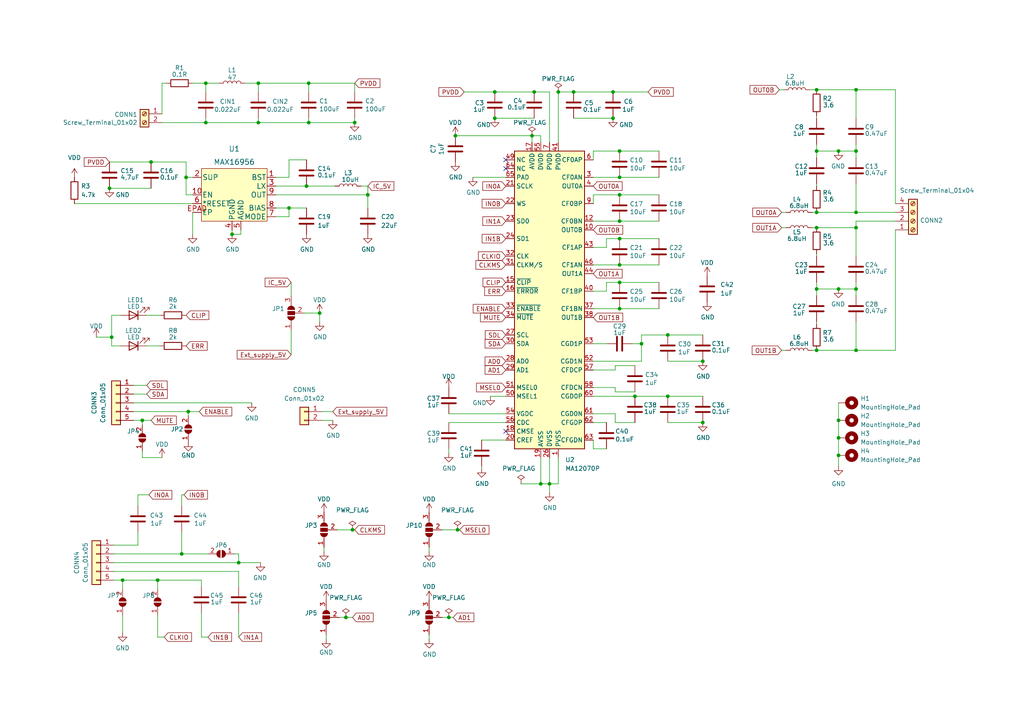
<source format=kicad_sch>
(kicad_sch (version 20211123) (generator eeschema)
  (paper "A4")
  (junction (at 100.33 179.07))
  (junction (at 236.855 83.82))
  (junction (at 203.835 122.555))
  (junction (at 236.855 101.6))
  (junction (at 143.51 34.29))
  (junction (at 69.215 163.195))
  (junction (at 236.855 61.595))
  (junction (at 83.82 60.325))
  (junction (at 243.205 121.92))
  (junction (at 92.71 90.805))
  (junction (at 59.69 24.13))
  (junction (at 143.51 26.67))
  (junction (at 156.845 140.335))
  (junction (at 243.205 132.08))
  (junction (at 53.975 51.435))
  (junction (at 236.855 26.035))
  (junction (at 88.9 53.975))
  (junction (at 166.37 26.67))
  (junction (at 32.385 97.79))
  (junction (at 243.205 43.815))
  (junction (at 41.275 121.92))
  (junction (at 45.72 168.275))
  (junction (at 248.285 83.82))
  (junction (at 193.675 114.935))
  (junction (at 179.705 64.135))
  (junction (at 179.705 51.435))
  (junction (at 161.925 26.67))
  (junction (at 154.305 39.37))
  (junction (at 74.93 35.56))
  (junction (at 248.285 43.815))
  (junction (at 67.31 67.945))
  (junction (at 106.68 56.515))
  (junction (at 54.61 119.38))
  (junction (at 179.705 56.515))
  (junction (at 177.8 34.29))
  (junction (at 236.855 66.04))
  (junction (at 248.285 101.6))
  (junction (at 132.08 39.37))
  (junction (at 35.56 168.275))
  (junction (at 186.055 99.695))
  (junction (at 89.535 24.13))
  (junction (at 159.385 140.335))
  (junction (at 193.675 97.155))
  (junction (at 248.285 26.035))
  (junction (at 248.285 66.04))
  (junction (at 177.8 26.67))
  (junction (at 243.205 127))
  (junction (at 74.93 24.13))
  (junction (at 179.705 76.835))
  (junction (at 243.205 83.82))
  (junction (at 236.855 43.815))
  (junction (at 89.535 35.56))
  (junction (at 132.715 153.67))
  (junction (at 203.835 104.775))
  (junction (at 59.69 35.56))
  (junction (at 130.175 179.07))
  (junction (at 179.705 89.535))
  (junction (at 102.235 153.67))
  (junction (at 52.705 160.655))
  (junction (at 248.285 61.595))
  (junction (at 179.705 81.915))
  (junction (at 102.87 35.56))
  (junction (at 184.15 114.935))
  (junction (at 154.94 26.67))
  (junction (at 31.75 54.61))
  (junction (at 179.705 43.815))
  (junction (at 43.815 46.99))
  (junction (at 179.705 69.215))
  (no_connect (at 146.685 125.095))
  (no_connect (at 146.685 46.355))
  (no_connect (at 146.685 48.895))
  (wire (pts (xy 54.61 119.38) (xy 57.785 119.38)))
  (wire (pts (xy 89.535 24.13) (xy 89.535 26.67)))
  (wire (pts (xy 172.085 104.775) (xy 186.055 104.775)))
  (wire (pts (xy 83.82 46.355) (xy 88.9 46.355)))
  (wire (pts (xy 184.15 106.045) (xy 178.435 106.045)))
  (wire (pts (xy 33.02 160.655) (xy 52.705 160.655)))
  (wire (pts (xy 235.585 61.595) (xy 236.855 61.595)))
  (wire (pts (xy 186.055 99.695) (xy 186.055 97.155)))
  (wire (pts (xy 102.87 24.13) (xy 102.87 26.67)))
  (wire (pts (xy 33.02 163.195) (xy 69.215 163.195)))
  (wire (pts (xy 161.925 41.275) (xy 161.925 26.67)))
  (wire (pts (xy 156.845 132.715) (xy 156.845 140.335)))
  (wire (pts (xy 46.99 35.56) (xy 59.69 35.56)))
  (wire (pts (xy 226.695 61.595) (xy 227.965 61.595)))
  (wire (pts (xy 248.285 93.345) (xy 248.285 101.6)))
  (wire (pts (xy 172.085 84.455) (xy 175.895 84.455)))
  (wire (pts (xy 172.085 64.135) (xy 179.705 64.135)))
  (wire (pts (xy 93.345 119.38) (xy 96.52 119.38)))
  (wire (pts (xy 179.705 76.835) (xy 172.085 76.835)))
  (wire (pts (xy 59.69 24.13) (xy 63.5 24.13)))
  (wire (pts (xy 38.735 111.76) (xy 42.545 111.76)))
  (wire (pts (xy 40.005 146.685) (xy 40.005 143.51)))
  (wire (pts (xy 243.205 83.82) (xy 248.285 83.82)))
  (wire (pts (xy 124.46 184.15) (xy 124.46 185.42)))
  (wire (pts (xy 146.685 114.935) (xy 142.24 114.935)))
  (wire (pts (xy 38.735 116.84) (xy 73.025 116.84)))
  (wire (pts (xy 83.82 60.325) (xy 88.9 60.325)))
  (wire (pts (xy 46.99 24.13) (xy 46.99 33.02)))
  (wire (pts (xy 172.085 51.435) (xy 179.705 51.435)))
  (wire (pts (xy 243.205 127) (xy 243.205 132.08)))
  (wire (pts (xy 52.705 160.655) (xy 60.325 160.655)))
  (wire (pts (xy 248.285 81.915) (xy 248.285 83.82)))
  (wire (pts (xy 154.305 39.37) (xy 154.305 41.275)))
  (wire (pts (xy 236.855 53.975) (xy 236.855 53.34)))
  (wire (pts (xy 41.275 121.92) (xy 41.275 123.19)))
  (wire (pts (xy 236.855 43.815) (xy 236.855 45.72)))
  (wire (pts (xy 159.385 132.715) (xy 159.385 140.335)))
  (wire (pts (xy 52.705 143.51) (xy 53.34 143.51)))
  (wire (pts (xy 175.895 84.455) (xy 175.895 81.915)))
  (wire (pts (xy 175.895 69.215) (xy 175.895 71.755)))
  (wire (pts (xy 248.285 26.035) (xy 259.715 26.035)))
  (wire (pts (xy 186.055 99.695) (xy 183.515 99.695)))
  (wire (pts (xy 236.855 81.915) (xy 236.855 83.82)))
  (wire (pts (xy 67.31 66.675) (xy 67.31 67.945)))
  (wire (pts (xy 40.005 143.51) (xy 43.18 143.51)))
  (wire (pts (xy 193.675 97.155) (xy 203.835 97.155)))
  (wire (pts (xy 58.42 184.785) (xy 60.325 184.785)))
  (wire (pts (xy 33.02 168.275) (xy 35.56 168.275)))
  (wire (pts (xy 32.385 97.79) (xy 32.385 100.33)))
  (wire (pts (xy 243.205 121.92) (xy 243.205 127)))
  (wire (pts (xy 236.855 74.295) (xy 236.855 73.66)))
  (wire (pts (xy 191.135 76.835) (xy 179.705 76.835)))
  (wire (pts (xy 178.435 107.315) (xy 172.085 107.315)))
  (wire (pts (xy 236.855 61.595) (xy 248.285 61.595)))
  (wire (pts (xy 89.535 35.56) (xy 89.535 34.29)))
  (wire (pts (xy 248.285 61.595) (xy 259.715 61.595)))
  (wire (pts (xy 154.94 26.67) (xy 159.385 26.67)))
  (wire (pts (xy 80.01 53.975) (xy 88.9 53.975)))
  (wire (pts (xy 179.705 69.215) (xy 175.895 69.215)))
  (wire (pts (xy 53.975 51.435) (xy 55.88 51.435)))
  (wire (pts (xy 248.285 83.82) (xy 248.285 85.725)))
  (wire (pts (xy 38.735 114.3) (xy 42.545 114.3)))
  (wire (pts (xy 236.855 43.815) (xy 243.205 43.815)))
  (wire (pts (xy 156.845 39.37) (xy 156.845 41.275)))
  (wire (pts (xy 88.9 53.975) (xy 97.155 53.975)))
  (wire (pts (xy 139.7 135.255) (xy 139.7 135.89)))
  (wire (pts (xy 97.79 153.67) (xy 102.235 153.67)))
  (wire (pts (xy 41.275 121.92) (xy 43.815 121.92)))
  (wire (pts (xy 46.355 91.44) (xy 42.545 91.44)))
  (wire (pts (xy 166.37 26.67) (xy 177.8 26.67)))
  (wire (pts (xy 156.845 140.335) (xy 159.385 140.335)))
  (wire (pts (xy 69.215 160.655) (xy 69.215 163.195)))
  (wire (pts (xy 259.715 64.135) (xy 248.285 64.135)))
  (wire (pts (xy 236.855 101.6) (xy 248.285 101.6)))
  (wire (pts (xy 69.215 165.735) (xy 69.215 170.18)))
  (wire (pts (xy 151.13 140.335) (xy 156.845 140.335)))
  (wire (pts (xy 35.56 178.435) (xy 35.56 183.515)))
  (wire (pts (xy 59.69 34.29) (xy 59.69 35.56)))
  (wire (pts (xy 67.945 160.655) (xy 69.215 160.655)))
  (wire (pts (xy 226.695 101.6) (xy 227.965 101.6)))
  (wire (pts (xy 243.205 116.84) (xy 243.205 121.92)))
  (wire (pts (xy 159.385 41.275) (xy 159.385 26.67)))
  (wire (pts (xy 179.705 69.215) (xy 191.135 69.215)))
  (wire (pts (xy 74.93 24.13) (xy 89.535 24.13)))
  (wire (pts (xy 89.535 24.13) (xy 102.87 24.13)))
  (wire (pts (xy 32.385 91.44) (xy 32.385 97.79)))
  (wire (pts (xy 38.735 119.38) (xy 54.61 119.38)))
  (wire (pts (xy 178.435 120.015) (xy 178.435 122.555)))
  (wire (pts (xy 248.285 26.035) (xy 248.285 34.29)))
  (wire (pts (xy 178.435 112.395) (xy 172.085 112.395)))
  (wire (pts (xy 130.175 131.445) (xy 130.175 130.175)))
  (wire (pts (xy 106.68 53.975) (xy 106.68 56.515)))
  (wire (pts (xy 248.285 43.815) (xy 248.285 45.72)))
  (wire (pts (xy 248.285 66.04) (xy 248.285 74.295)))
  (wire (pts (xy 59.69 24.13) (xy 59.69 26.67)))
  (wire (pts (xy 191.135 51.435) (xy 179.705 51.435)))
  (wire (pts (xy 132.715 153.67) (xy 133.35 153.67)))
  (wire (pts (xy 243.205 132.08) (xy 243.205 135.255)))
  (wire (pts (xy 236.855 34.29) (xy 236.855 33.655)))
  (wire (pts (xy 203.835 122.555) (xy 193.675 122.555)))
  (wire (pts (xy 83.82 51.435) (xy 83.82 46.355)))
  (wire (pts (xy 178.435 106.045) (xy 178.435 107.315)))
  (wire (pts (xy 31.75 54.61) (xy 43.815 54.61)))
  (wire (pts (xy 53.975 46.99) (xy 43.815 46.99)))
  (wire (pts (xy 80.01 62.865) (xy 83.82 62.865)))
  (wire (pts (xy 236.855 93.98) (xy 236.855 93.345)))
  (wire (pts (xy 74.93 24.13) (xy 74.93 26.67)))
  (wire (pts (xy 48.26 24.13) (xy 46.99 24.13)))
  (wire (pts (xy 80.01 60.325) (xy 83.82 60.325)))
  (wire (pts (xy 172.085 71.755) (xy 175.895 71.755)))
  (wire (pts (xy 102.235 153.67) (xy 102.87 153.67)))
  (wire (pts (xy 172.085 56.515) (xy 179.705 56.515)))
  (wire (pts (xy 41.275 130.81) (xy 41.275 132.715)))
  (wire (pts (xy 248.285 64.135) (xy 248.285 66.04)))
  (wire (pts (xy 41.275 132.715) (xy 46.99 132.715)))
  (wire (pts (xy 67.31 67.945) (xy 69.85 67.945)))
  (wire (pts (xy 38.735 121.92) (xy 41.275 121.92)))
  (wire (pts (xy 35.56 168.275) (xy 35.56 170.815)))
  (wire (pts (xy 46.355 100.33) (xy 42.545 100.33)))
  (wire (pts (xy 236.855 66.04) (xy 248.285 66.04)))
  (wire (pts (xy 74.93 35.56) (xy 89.535 35.56)))
  (wire (pts (xy 71.12 24.13) (xy 74.93 24.13)))
  (wire (pts (xy 159.385 140.335) (xy 159.385 142.875)))
  (wire (pts (xy 172.085 120.015) (xy 178.435 120.015)))
  (wire (pts (xy 128.27 179.07) (xy 130.175 179.07)))
  (wire (pts (xy 172.085 99.695) (xy 175.895 99.695)))
  (wire (pts (xy 27.94 97.79) (xy 32.385 97.79)))
  (wire (pts (xy 74.93 35.56) (xy 59.69 35.56)))
  (wire (pts (xy 172.085 114.935) (xy 184.15 114.935)))
  (wire (pts (xy 184.15 114.935) (xy 193.675 114.935)))
  (wire (pts (xy 58.42 177.8) (xy 58.42 184.785)))
  (wire (pts (xy 55.88 61.595) (xy 55.88 67.945)))
  (wire (pts (xy 83.82 62.865) (xy 83.82 60.325)))
  (wire (pts (xy 236.855 41.91) (xy 236.855 43.815)))
  (wire (pts (xy 74.93 34.29) (xy 74.93 35.56)))
  (wire (pts (xy 106.68 60.325) (xy 106.68 56.515)))
  (wire (pts (xy 235.585 66.04) (xy 236.855 66.04)))
  (wire (pts (xy 40.005 154.305) (xy 40.005 158.115)))
  (wire (pts (xy 161.925 26.67) (xy 166.37 26.67)))
  (wire (pts (xy 259.715 26.035) (xy 259.715 59.055)))
  (wire (pts (xy 54.61 119.38) (xy 54.61 120.65)))
  (wire (pts (xy 93.345 121.92) (xy 96.52 121.92)))
  (wire (pts (xy 88.265 90.805) (xy 92.71 90.805)))
  (wire (pts (xy 45.72 184.785) (xy 47.625 184.785)))
  (wire (pts (xy 154.305 39.37) (xy 156.845 39.37)))
  (wire (pts (xy 179.705 56.515) (xy 191.135 56.515)))
  (wire (pts (xy 52.705 146.685) (xy 52.705 143.51)))
  (wire (pts (xy 33.02 158.115) (xy 40.005 158.115)))
  (wire (pts (xy 259.715 101.6) (xy 248.285 101.6)))
  (wire (pts (xy 128.27 153.67) (xy 132.715 153.67)))
  (wire (pts (xy 45.72 178.435) (xy 45.72 184.785)))
  (wire (pts (xy 80.01 51.435) (xy 83.82 51.435)))
  (wire (pts (xy 161.925 132.715) (xy 161.925 140.335)))
  (wire (pts (xy 55.88 56.515) (xy 53.975 56.515)))
  (wire (pts (xy 137.16 51.435) (xy 146.685 51.435)))
  (wire (pts (xy 179.705 43.815) (xy 191.135 43.815)))
  (wire (pts (xy 146.685 122.555) (xy 130.175 122.555)))
  (wire (pts (xy 146.685 120.015) (xy 130.175 120.015)))
  (wire (pts (xy 186.055 97.155) (xy 193.675 97.155)))
  (wire (pts (xy 172.085 130.175) (xy 175.895 130.175)))
  (wire (pts (xy 236.855 26.035) (xy 248.285 26.035)))
  (wire (pts (xy 53.975 51.435) (xy 53.975 46.99)))
  (wire (pts (xy 226.06 26.035) (xy 227.33 26.035)))
  (wire (pts (xy 130.175 179.07) (xy 131.445 179.07)))
  (wire (pts (xy 92.71 90.805) (xy 92.71 93.345)))
  (wire (pts (xy 184.15 113.665) (xy 178.435 113.665)))
  (wire (pts (xy 172.085 122.555) (xy 175.895 122.555)))
  (wire (pts (xy 32.385 100.33) (xy 34.925 100.33)))
  (wire (pts (xy 45.72 168.275) (xy 45.72 170.815)))
  (wire (pts (xy 172.085 43.815) (xy 172.085 46.355)))
  (wire (pts (xy 191.135 89.535) (xy 179.705 89.535)))
  (wire (pts (xy 84.455 81.915) (xy 84.455 85.725)))
  (wire (pts (xy 248.285 41.91) (xy 248.285 43.815)))
  (wire (pts (xy 154.94 26.67) (xy 143.51 26.67)))
  (wire (pts (xy 166.37 34.29) (xy 177.8 34.29)))
  (wire (pts (xy 186.055 104.775) (xy 186.055 99.695)))
  (wire (pts (xy 191.135 81.915) (xy 179.705 81.915)))
  (wire (pts (xy 175.895 81.915) (xy 179.705 81.915)))
  (wire (pts (xy 102.87 35.56) (xy 102.87 34.29)))
  (wire (pts (xy 259.715 66.675) (xy 259.715 101.6)))
  (wire (pts (xy 172.085 43.815) (xy 179.705 43.815)))
  (wire (pts (xy 143.51 34.29) (xy 154.94 34.29)))
  (wire (pts (xy 69.215 184.785) (xy 69.215 177.8)))
  (wire (pts (xy 100.33 179.07) (xy 102.235 179.07)))
  (wire (pts (xy 172.085 56.515) (xy 172.085 59.055)))
  (wire (pts (xy 89.535 35.56) (xy 102.87 35.56)))
  (wire (pts (xy 69.215 163.195) (xy 75.565 163.195)))
  (wire (pts (xy 235.585 101.6) (xy 236.855 101.6)))
  (wire (pts (xy 34.925 91.44) (xy 32.385 91.44)))
  (wire (pts (xy 55.88 24.13) (xy 59.69 24.13)))
  (wire (pts (xy 234.95 26.035) (xy 236.855 26.035)))
  (wire (pts (xy 243.205 43.815) (xy 248.285 43.815)))
  (wire (pts (xy 193.675 104.775) (xy 203.835 104.775)))
  (wire (pts (xy 58.42 170.18) (xy 58.42 168.275)))
  (wire (pts (xy 236.855 83.82) (xy 236.855 85.725)))
  (wire (pts (xy 193.675 114.935) (xy 203.835 114.935)))
  (wire (pts (xy 84.455 102.87) (xy 84.455 95.885)))
  (wire (pts (xy 94.615 184.15) (xy 94.615 185.42)))
  (wire (pts (xy 236.855 83.82) (xy 243.205 83.82)))
  (wire (pts (xy 134.62 26.67) (xy 143.51 26.67)))
  (wire (pts (xy 248.285 53.34) (xy 248.285 61.595)))
  (wire (pts (xy 172.085 89.535) (xy 179.705 89.535)))
  (wire (pts (xy 93.98 158.75) (xy 93.98 160.02)))
  (wire (pts (xy 161.925 140.335) (xy 159.385 140.335)))
  (wire (pts (xy 35.56 168.275) (xy 45.72 168.275)))
  (wire (pts (xy 98.425 179.07) (xy 100.33 179.07)))
  (wire (pts (xy 104.775 53.975) (xy 106.68 53.975)))
  (wire (pts (xy 69.85 67.945) (xy 69.85 66.675)))
  (wire (pts (xy 80.01 56.515) (xy 106.68 56.515)))
  (wire (pts (xy 58.42 168.275) (xy 45.72 168.275)))
  (wire (pts (xy 124.46 158.75) (xy 124.46 160.02)))
  (wire (pts (xy 179.705 64.135) (xy 191.135 64.135)))
  (wire (pts (xy 146.685 127.635) (xy 139.7 127.635)))
  (wire (pts (xy 172.085 127.635) (xy 172.085 130.175)))
  (wire (pts (xy 52.705 154.305) (xy 52.705 160.655)))
  (wire (pts (xy 178.435 113.665) (xy 178.435 112.395)))
  (wire (pts (xy 33.02 165.735) (xy 69.215 165.735)))
  (wire (pts (xy 132.08 39.37) (xy 154.305 39.37)))
  (wire (pts (xy 177.8 26.67) (xy 187.96 26.67)))
  (wire (pts (xy 21.59 59.055) (xy 55.88 59.055)))
  (wire (pts (xy 178.435 122.555) (xy 184.15 122.555)))
  (wire (pts (xy 31.75 46.99) (xy 43.815 46.99)))
  (wire (pts (xy 226.695 66.04) (xy 227.965 66.04)))
  (wire (pts (xy 53.975 56.515) (xy 53.975 51.435)))
  (global_label "IN1B" (shape input) (at 60.325 184.785 0) (property "Intersheet References" "${INTERSHEET_REFS}" (effects hide)))
  (global_label "OUT1A" (shape input) (at 172.085 79.375 0) (property "Intersheet References" "${INTERSHEET_REFS}" (effects hide)))
  (global_label "OUT1B" (shape input) (at 226.695 101.6 180) (property "Intersheet References" "${INTERSHEET_REFS}" (effects hide)))
  (global_label "ENABLE" (shape input) (at 57.785 119.38 0) (property "Intersheet References" "${INTERSHEET_REFS}" (effects hide)))
  (global_label "Ext_supply_5V" (shape input) (at 96.52 119.38 0) (property "Intersheet References" "${INTERSHEET_REFS}" (effects hide)))
  (global_label "PVDD" (shape input) (at 102.87 24.13 0) (property "Intersheet References" "${INTERSHEET_REFS}" (effects hide)))
  (global_label "IC_5V" (shape input) (at 106.68 53.975 0) (property "Intersheet References" "${INTERSHEET_REFS}" (effects hide)))
  (global_label "IN0B" (shape input) (at 146.685 59.055 180) (property "Intersheet References" "${INTERSHEET_REFS}" (effects hide)))
  (global_label "MSEL0" (shape input) (at 146.685 112.395 180) (property "Intersheet References" "${INTERSHEET_REFS}" (effects hide)))
  (global_label "MUTE" (shape input) (at 146.685 92.075 180) (property "Intersheet References" "${INTERSHEET_REFS}" (effects hide)))
  (global_label "OUT0A" (shape input) (at 172.085 53.975 0) (property "Intersheet References" "${INTERSHEET_REFS}" (effects hide)))
  (global_label "OUT0A" (shape input) (at 226.695 61.595 180) (property "Intersheet References" "${INTERSHEET_REFS}" (effects hide)))
  (global_label "SDL" (shape input) (at 42.545 111.76 0) (property "Intersheet References" "${INTERSHEET_REFS}" (effects hide)))
  (global_label "CLKMS" (shape input) (at 102.87 153.67 0) (property "Intersheet References" "${INTERSHEET_REFS}" (effects hide)))
  (global_label "CLKIO" (shape input) (at 47.625 184.785 0) (property "Intersheet References" "${INTERSHEET_REFS}" (effects hide)))
  (global_label "PVDD" (shape input) (at 134.62 26.67 180) (property "Intersheet References" "${INTERSHEET_REFS}" (effects hide)))
  (global_label "CLIP" (shape input) (at 53.975 91.44 0) (property "Intersheet References" "${INTERSHEET_REFS}" (effects hide)))
  (global_label "AD0" (shape input) (at 102.235 179.07 0) (property "Intersheet References" "${INTERSHEET_REFS}" (effects hide)))
  (global_label "PVDD" (shape input) (at 187.96 26.67 0) (property "Intersheet References" "${INTERSHEET_REFS}" (effects hide)))
  (global_label "IN1A" (shape input) (at 69.215 184.785 0) (property "Intersheet References" "${INTERSHEET_REFS}" (effects hide)))
  (global_label "SDA" (shape input) (at 146.685 99.695 180) (property "Intersheet References" "${INTERSHEET_REFS}" (effects hide)))
  (global_label "ERR" (shape input) (at 53.975 100.33 0) (property "Intersheet References" "${INTERSHEET_REFS}" (effects hide)))
  (global_label "IN1B" (shape input) (at 146.685 69.215 180) (property "Intersheet References" "${INTERSHEET_REFS}" (effects hide)))
  (global_label "MUTE" (shape input) (at 43.815 121.92 0) (property "Intersheet References" "${INTERSHEET_REFS}" (effects hide)))
  (global_label "AD1" (shape input) (at 131.445 179.07 0) (property "Intersheet References" "${INTERSHEET_REFS}" (effects hide)))
  (global_label "Ext_supply_5V" (shape input) (at 84.455 102.87 180) (property "Intersheet References" "${INTERSHEET_REFS}" (effects hide)))
  (global_label "OUT0B" (shape input) (at 172.085 66.675 0) (property "Intersheet References" "${INTERSHEET_REFS}" (effects hide)))
  (global_label "CLIP" (shape input) (at 146.685 81.915 180) (property "Intersheet References" "${INTERSHEET_REFS}" (effects hide)))
  (global_label "IN0B" (shape input) (at 53.34 143.51 0) (property "Intersheet References" "${INTERSHEET_REFS}" (effects hide)))
  (global_label "CLKMS" (shape input) (at 146.685 76.835 180) (property "Intersheet References" "${INTERSHEET_REFS}" (effects hide)))
  (global_label "IN0A" (shape input) (at 146.685 53.975 180) (property "Intersheet References" "${INTERSHEET_REFS}" (effects hide)))
  (global_label "AD1" (shape input) (at 146.685 107.315 180) (property "Intersheet References" "${INTERSHEET_REFS}" (effects hide)))
  (global_label "ENABLE" (shape input) (at 146.685 89.535 180) (property "Intersheet References" "${INTERSHEET_REFS}" (effects hide)))
  (global_label "IN0A" (shape input) (at 43.18 143.51 0) (property "Intersheet References" "${INTERSHEET_REFS}" (effects hide)))
  (global_label "IC_5V" (shape input) (at 84.455 81.915 180) (property "Intersheet References" "${INTERSHEET_REFS}" (effects hide)))
  (global_label "AD0" (shape input) (at 146.685 104.775 180) (property "Intersheet References" "${INTERSHEET_REFS}" (effects hide)))
  (global_label "OUT0B" (shape input) (at 226.06 26.035 180) (property "Intersheet References" "${INTERSHEET_REFS}" (effects hide)))
  (global_label "ERR" (shape input) (at 146.685 84.455 180) (property "Intersheet References" "${INTERSHEET_REFS}" (effects hide)))
  (global_label "SDL" (shape input) (at 146.685 97.155 180) (property "Intersheet References" "${INTERSHEET_REFS}" (effects hide)))
  (global_label "PVDD" (shape input) (at 31.75 46.99 180) (property "Intersheet References" "${INTERSHEET_REFS}" (effects hide)))
  (global_label "OUT1B" (shape input) (at 172.085 92.075 0) (property "Intersheet References" "${INTERSHEET_REFS}" (effects hide)))
  (global_label "SDA" (shape input) (at 42.545 114.3 0) (property "Intersheet References" "${INTERSHEET_REFS}" (effects hide)))
  (global_label "CLKIO" (shape input) (at 146.685 74.295 180) (property "Intersheet References" "${INTERSHEET_REFS}" (effects hide)))
  (global_label "OUT1A" (shape input) (at 226.695 66.04 180) (property "Intersheet References" "${INTERSHEET_REFS}" (effects hide)))
  (global_label "MSEL0" (shape input) (at 133.35 153.67 0) (property "Intersheet References" "${INTERSHEET_REFS}" (effects hide)))
  (global_label "IN1A" (shape input) (at 146.685 64.135 180) (property "Intersheet References" "${INTERSHEET_REFS}" (effects hide)))
  (symbol (lib_id "Device:L") (at 231.14 26.035 270) (mirror x) (unit 1)
    (property "Reference" "L2" (at 229.235 22.225 90))
    (property "Value" "6.8uH" (at 230.505 24.13 90))
    (property "Footprint" "Inductor_Murata_TH:L_Radial_TH_Murata_D16.9_P14.0" (effects hide))
    (property "manufacturerRef" "RLB9012-6R8ML" (effects hide))
    (property "property_1" "D9.0xH12.2" (effects hide))
  )
  (symbol (lib_id "Device:R") (at 236.855 29.845 0) (mirror y) (unit 1)
    (property "Reference" "R2" (at 241.3 28.575 0) (effects (justify left)))
    (property "Value" "3.6" (at 241.935 30.48 0) (effects (justify left)))
    (property "Footprint" "Resistor_SMD:R_1206_3216Metric_Pad1.30x1.75mm_HandSolder" (effects hide))
  )
  (symbol (lib_id "Device:C") (at 236.855 38.1 0) (mirror y) (unit 1)
    (property "Reference" "C8" (at 231.775 36.83 0))
    (property "Value" "1uF" (at 231.775 38.735 0))
    (property "Footprint" "Capacitor_TH_TDK:C_Rect_L7.3_W4.5_P5.0" (effects hide))
    (property "property_1" "L13.0xW5.0" (effects hide))
    (property "infineonRef" "C0A0" (effects hide))
  )
  (symbol (lib_id "power:GND") (at 243.205 43.815 0) (mirror y) (unit 1)
    (property "Reference" "#PWR06" (effects hide))
    (property "Value" "GND" (at 243.078 48.2092 0))
  )
  (symbol (lib_id "Device:L") (at 231.775 61.595 270) (mirror x) (unit 1)
    (property "Reference" "L4" (at 231.14 57.785 90))
    (property "Value" "6.8uH" (at 231.775 59.69 90))
    (property "Footprint" "Inductor_Murata_TH:L_Radial_TH_Murata_D16.9_P14.0" (effects hide))
    (property "manufacturerRef" "RLB9012-6R8ML" (effects hide))
    (property "property_1" "D9.0xH12.2" (effects hide))
  )
  (symbol (lib_id "Device:C") (at 248.285 38.1 180) (unit 1)
    (property "Reference" "C9" (at 250.825 36.83 0) (effects (justify right)))
    (property "Value" "0.47uF" (at 250.825 38.735 0) (effects (justify right)))
    (property "Footprint" "Capacitor_TH_TDK:C_Rect_L7.3_W4.5_P5.0" (effects hide))
    (property "infineonRef" "C0B1" (effects hide))
    (property "property_1" "L7.2xW4.5" (effects hide))
  )
  (symbol (lib_id "Device:R") (at 236.855 57.785 0) (mirror y) (unit 1)
    (property "Reference" "R4" (at 241.3 55.88 0) (effects (justify left)))
    (property "Value" "3.6" (at 241.935 57.785 0) (effects (justify left)))
    (property "Footprint" "Resistor_SMD:R_1206_3216Metric_Pad1.30x1.75mm_HandSolder" (effects hide))
  )
  (symbol (lib_id "Device:C") (at 236.855 49.53 180) (unit 1)
    (property "Reference" "C12" (at 232.41 48.26 0))
    (property "Value" "1uF" (at 232.41 50.165 0))
    (property "Footprint" "Capacitor_TH_TDK:C_Rect_L7.3_W4.5_P5.0" (effects hide))
    (property "property_1" "L13.0xW5.0" (effects hide))
    (property "infineonRef" "C0B0" (effects hide))
  )
  (symbol (lib_id "Device:C") (at 248.285 49.53 180) (unit 1)
    (property "Reference" "C13" (at 250.825 48.26 0) (effects (justify right)))
    (property "Value" "0.47uF" (at 250.825 50.165 0) (effects (justify right)))
    (property "Footprint" "Capacitor_TH_TDK:C_Rect_L7.3_W4.5_P5.0" (effects hide))
    (property "infineonRef" "C0A1" (effects hide))
    (property "property_1" "L7.2xW4.5" (effects hide))
  )
  (symbol (lib_id "Connector:Screw_Terminal_01x04") (at 264.795 64.135 0) (mirror x) (unit 1)
    (property "Reference" "CONN2" (at 266.827 63.9318 0) (effects (justify left)))
    (property "Value" "Screw_Terminal_01x04" (at 260.985 55.245 0) (effects (justify left)))
    (property "Footprint" "TerminalBlock_Phoenix:TerminalBlock_Phoenix_MKDS-1,5-4_1x04_P5.00mm_Horizontal" (effects hide))
  )
  (symbol (lib_id "Connector:Screw_Terminal_01x02") (at 41.91 33.02 0) (mirror y) (unit 1)
    (property "Reference" "CONN1" (at 39.878 33.2232 0) (effects (justify left)))
    (property "Value" "Screw_Terminal_01x02" (at 39.878 35.5346 0) (effects (justify left)))
    (property "Footprint" "TerminalBlock_Phoenix:TerminalBlock_Phoenix_MKDS-1,5-2_1x02_P5.00mm_Horizontal" (effects hide))
  )
  (symbol (lib_id "Device:C") (at 179.705 47.625 0) (unit 1)
    (property "Reference" "C10" (at 182.626 46.4566 0) (effects (justify left)))
    (property "Value" "10uF" (at 182.626 48.768 0) (effects (justify left)))
    (property "Footprint" "Capacitor_SMD:C_1206_3216Metric_Pad1.33x1.80mm_HandSolder" (effects hide))
    (property "infineonRef" "CF0A0" (effects hide))
    (property "property_1" "X5R" (effects hide))
    (property "property_2" "25V" (effects hide))
    (property "manufacturerRef" "GRM31CR71E106KA12L" (effects hide))
  )
  (symbol (lib_id "Device:C") (at 191.135 47.625 0) (unit 1)
    (property "Reference" "C11" (at 194.056 46.4566 0) (effects (justify left)))
    (property "Value" "10uF" (at 194.056 48.768 0) (effects (justify left)))
    (property "Footprint" "Capacitor_SMD:C_1206_3216Metric_Pad1.33x1.80mm_HandSolder" (effects hide))
    (property "infineonRef" "CF0A1" (effects hide))
    (property "property_1" "X5R" (effects hide))
    (property "property_2" "25V" (effects hide))
    (property "manufacturerRef" "GRM31CR71E106KA12L" (effects hide))
  )
  (symbol (lib_id "Device:C") (at 179.705 60.325 0) (unit 1)
    (property "Reference" "C17" (at 182.626 59.1566 0) (effects (justify left)))
    (property "Value" "10uF" (at 182.626 61.468 0) (effects (justify left)))
    (property "Footprint" "Capacitor_SMD:C_1206_3216Metric_Pad1.33x1.80mm_HandSolder" (effects hide))
    (property "infineonRef" "CF0B0" (effects hide))
    (property "property_1" "X5R" (effects hide))
    (property "property_2" "25V" (effects hide))
    (property "manufacturerRef" "GRM31CR71E106KA12L" (effects hide))
  )
  (symbol (lib_id "Device:C") (at 191.135 60.325 0) (unit 1)
    (property "Reference" "C18" (at 194.056 59.1566 0) (effects (justify left)))
    (property "Value" "10uF" (at 194.056 61.468 0) (effects (justify left)))
    (property "Footprint" "Capacitor_SMD:C_1206_3216Metric_Pad1.33x1.80mm_HandSolder" (effects hide))
    (property "infineonRef" "CF0B1" (effects hide))
    (property "property_1" "X5R" (effects hide))
    (property "property_2" "25V" (effects hide))
    (property "manufacturerRef" "GRM31CR71E106KA12L" (effects hide))
  )
  (symbol (lib_id "Device:C") (at 179.705 73.025 0) (unit 1)
    (property "Reference" "C21" (at 182.626 71.8566 0) (effects (justify left)))
    (property "Value" "10uF" (at 182.626 74.168 0) (effects (justify left)))
    (property "Footprint" "Capacitor_SMD:C_1206_3216Metric_Pad1.33x1.80mm_HandSolder" (effects hide))
    (property "infineonRef" "CF1A0" (effects hide))
    (property "property_1" "X5R" (effects hide))
    (property "property_2" "25V" (effects hide))
    (property "manufacturerRef" "GRM31CR71E106KA12L" (effects hide))
  )
  (symbol (lib_id "Device:C") (at 191.135 73.025 0) (unit 1)
    (property "Reference" "C22" (at 194.056 71.8566 0) (effects (justify left)))
    (property "Value" "10uF" (at 194.056 74.168 0) (effects (justify left)))
    (property "Footprint" "Capacitor_SMD:C_1206_3216Metric_Pad1.33x1.80mm_HandSolder" (effects hide))
    (property "infineonRef" "CF1A1" (effects hide))
    (property "property_1" "X5R" (effects hide))
    (property "property_2" "25V" (effects hide))
    (property "manufacturerRef" "GRM31CR71E106KA12L" (effects hide))
  )
  (symbol (lib_id "Device:C") (at 179.705 85.725 0) (unit 1)
    (property "Reference" "C25" (at 182.626 84.5566 0) (effects (justify left)))
    (property "Value" "10uF" (at 182.626 86.868 0) (effects (justify left)))
    (property "Footprint" "Capacitor_SMD:C_1206_3216Metric_Pad1.33x1.80mm_HandSolder" (effects hide))
    (property "infineonRef" "CF1B0" (effects hide))
    (property "property_1" "X5R" (effects hide))
    (property "property_2" "25V" (effects hide))
    (property "manufacturerRef" "GRM31CR71E106KA12L" (effects hide))
  )
  (symbol (lib_id "Device:C") (at 191.135 85.725 0) (unit 1)
    (property "Reference" "C26" (at 194.056 84.5566 0) (effects (justify left)))
    (property "Value" "10uF" (at 194.056 86.868 0) (effects (justify left)))
    (property "Footprint" "Capacitor_SMD:C_1206_3216Metric_Pad1.33x1.80mm_HandSolder" (effects hide))
    (property "infineonRef" "CF1B1" (effects hide))
    (property "property_1" "X5R" (effects hide))
    (property "property_2" "25V" (effects hide))
    (property "manufacturerRef" "GRM31CR71E106KA12L" (effects hide))
  )
  (symbol (lib_id "power:GND") (at 124.46 185.42 0) (unit 1)
    (property "Reference" "#PWR036" (effects hide))
    (property "Value" "GND" (at 124.587 189.8142 0))
  )
  (symbol (lib_id "power:GND") (at 94.615 185.42 0) (unit 1)
    (property "Reference" "#PWR033" (effects hide))
    (property "Value" "GND" (at 94.615 189.23 0))
  )
  (symbol (lib_id "power:GND") (at 142.24 114.935 0) (unit 1)
    (property "Reference" "#PWR020" (effects hide))
    (property "Value" "GND" (at 139.065 116.84 0))
  )
  (symbol (lib_id "power:GND") (at 159.385 142.875 0) (unit 1)
    (property "Reference" "#PWR029" (effects hide))
    (property "Value" "GND" (at 159.512 147.2692 0))
  )
  (symbol (lib_id "Device:C") (at 179.705 99.695 270) (unit 1)
    (property "Reference" "C29" (at 179.705 94.615 90))
    (property "Value" "1uF" (at 179.705 96.52 90))
    (property "Footprint" "Capacitor_SMD:C_1206_3216Metric_Pad1.33x1.80mm_HandSolder" (effects hide))
    (property "infineonRef" "CGD0" (effects hide))
    (property "property_1" "X7R" (effects hide))
    (property "property_2" "50V" (effects hide))
    (property "manufacturerRef" "GCJ31MR71H105KA12L" (effects hide))
  )
  (symbol (lib_id "Device:C") (at 193.675 100.965 0) (unit 1)
    (property "Reference" "C30" (at 196.596 99.7966 0) (effects (justify left)))
    (property "Value" "1uF" (at 196.596 102.108 0) (effects (justify left)))
    (property "Footprint" "Capacitor_SMD:C_1206_3216Metric_Pad1.33x1.80mm_HandSolder" (effects hide))
    (property "infineonRef" "CGD1N1" (effects hide))
    (property "property_1" "X7R" (effects hide))
    (property "property_2" "50V" (effects hide))
    (property "manufacturerRef" "GCJ31MR71H105KA12L" (effects hide))
  )
  (symbol (lib_id "Device:C") (at 203.835 100.965 180) (unit 1)
    (property "Reference" "C31" (at 206.375 99.695 0) (effects (justify right)))
    (property "Value" "0.1uF" (at 206.375 101.6 0) (effects (justify right)))
    (property "Footprint" "Capacitor_SMD:C_1206_3216Metric_Pad1.33x1.80mm_HandSolder" (effects hide))
    (property "infineonRef" "CGD1N0" (effects hide))
    (property "property_1" "C0G/NP0" (effects hide))
    (property "property_2" "50V" (effects hide))
    (property "manufacturerRef" "GRM31C5C1H104JA01K" (effects hide))
  )
  (symbol (lib_id "power:GND") (at 203.835 122.555 0) (unit 1)
    (property "Reference" "#PWR022" (effects hide))
    (property "Value" "GND" (at 203.962 126.9492 0))
  )
  (symbol (lib_id "Device:C") (at 130.175 116.205 0) (unit 1)
    (property "Reference" "C37" (at 125.73 115.57 0))
    (property "Value" "1uF" (at 125.73 117.475 0))
    (property "Footprint" "Capacitor_SMD:C_1206_3216Metric_Pad1.33x1.80mm_HandSolder" (effects hide))
    (property "infineonRef" "CVGDC" (effects hide))
    (property "property_1" "X7R" (effects hide))
    (property "property_2" "50V" (effects hide))
    (property "manufacturerRef" "GCJ31MR71H105KA12L" (effects hide))
  )
  (symbol (lib_id "Device:C") (at 130.175 126.365 0) (unit 1)
    (property "Reference" "C39" (at 125.73 125.73 0))
    (property "Value" "1uF" (at 125.73 127.635 0))
    (property "Footprint" "Capacitor_SMD:C_1206_3216Metric_Pad1.33x1.80mm_HandSolder" (effects hide))
    (property "infineonRef" "CCDC" (effects hide))
    (property "property_1" "X7R" (effects hide))
    (property "property_2" "50V" (effects hide))
    (property "manufacturerRef" "GCJ31MR71H105KA12L" (effects hide))
  )
  (symbol (lib_id "power:GND") (at 130.175 131.445 0) (unit 1)
    (property "Reference" "#PWR025" (effects hide))
    (property "Value" "GND" (at 130.302 135.8392 0))
  )
  (symbol (lib_id "Device:C") (at 139.7 131.445 0) (unit 1)
    (property "Reference" "C41" (at 135.255 130.175 0))
    (property "Value" "1uF" (at 135.255 132.08 0))
    (property "Footprint" "Capacitor_SMD:C_1206_3216Metric_Pad1.33x1.80mm_HandSolder" (effects hide))
    (property "infineonRef" "CCREF" (effects hide))
    (property "property_1" "X7R" (effects hide))
    (property "property_2" "50V" (effects hide))
    (property "manufacturerRef" "GCJ31MR71H105KA12L" (effects hide))
  )
  (symbol (lib_id "power:GND") (at 139.7 135.89 0) (unit 1)
    (property "Reference" "#PWR026" (effects hide))
    (property "Value" "GND" (at 139.827 140.2842 0))
  )
  (symbol (lib_id "Device:C") (at 175.895 126.365 180) (unit 1)
    (property "Reference" "C40" (at 178.435 125.095 0) (effects (justify right)))
    (property "Value" "0.1uF" (at 178.435 127.4064 0) (effects (justify right)))
    (property "Footprint" "Capacitor_SMD:C_1206_3216Metric_Pad1.33x1.80mm_HandSolder" (effects hide))
    (property "infineonRef" "CFGD" (effects hide))
    (property "property_1" "C0G/NP0" (effects hide))
    (property "property_2" "50V" (effects hide))
    (property "manufacturerRef" "GRM31C5C1H104JA01K" (effects hide))
  )
  (symbol (lib_id "Device:C") (at 184.15 118.745 0) (unit 1)
    (property "Reference" "C38" (at 188.595 117.475 0))
    (property "Value" "1uF" (at 188.595 119.38 0))
    (property "Footprint" "Capacitor_SMD:C_1206_3216Metric_Pad1.33x1.80mm_HandSolder" (effects hide))
    (property "infineonRef" "CGD1" (effects hide))
    (property "property_1" "X7R" (effects hide))
    (property "property_2" "50V" (effects hide))
    (property "manufacturerRef" "GCJ31MR71H105KA12L" (effects hide))
  )
  (symbol (lib_id "Device:C") (at 193.675 118.745 0) (unit 1)
    (property "Reference" "C35" (at 196.215 117.475 0) (effects (justify left)))
    (property "Value" "1uF" (at 196.215 119.38 0) (effects (justify left)))
    (property "Footprint" "Capacitor_SMD:C_1206_3216Metric_Pad1.33x1.80mm_HandSolder" (effects hide))
    (property "infineonRef" "CGD0N1" (effects hide))
    (property "property_1" "X7R" (effects hide))
    (property "property_2" "50V" (effects hide))
    (property "manufacturerRef" "GCJ31MR71H105KA12L" (effects hide))
  )
  (symbol (lib_id "Device:C") (at 203.835 118.745 180) (unit 1)
    (property "Reference" "C36" (at 206.375 117.475 0) (effects (justify right)))
    (property "Value" "0.1uF" (at 206.375 119.38 0) (effects (justify right)))
    (property "Footprint" "Capacitor_SMD:C_1206_3216Metric_Pad1.33x1.80mm_HandSolder" (effects hide))
    (property "infineonRef" "CGD0N0" (effects hide))
    (property "property_1" "C0G/NP0" (effects hide))
    (property "property_2" "50V" (effects hide))
    (property "manufacturerRef" "GRM31C5C1H104JA01K" (effects hide))
  )
  (symbol (lib_id "power:GND") (at 203.835 104.775 0) (unit 1)
    (property "Reference" "#PWR015" (effects hide))
    (property "Value" "GND" (at 203.962 109.1692 0))
  )
  (symbol (lib_id "Device:C") (at 184.15 109.855 0) (unit 1)
    (property "Reference" "C34" (at 187.071 108.6866 0) (effects (justify left)))
    (property "Value" "1uF" (at 187.071 110.998 0) (effects (justify left)))
    (property "Footprint" "Capacitor_SMD:C_1206_3216Metric_Pad1.33x1.80mm_HandSolder" (effects hide))
    (property "infineonRef" "CFDC" (effects hide))
    (property "property_1" "X7R" (effects hide))
    (property "property_2" "50V" (effects hide))
    (property "manufacturerRef" "GCJ31MR71H105KA12L" (effects hide))
  )
  (symbol (lib_id "Device:C") (at 166.37 30.48 0) (unit 1)
    (property "Reference" "C5" (at 170.815 29.845 0))
    (property "Value" "0.1uF" (at 171.7675 31.7881 0))
    (property "Footprint" "Capacitor_SMD:C_1206_3216Metric_Pad1.33x1.80mm_HandSolder" (effects hide))
    (property "infineonRef" "CPVDD1A" (effects hide))
    (property "property_1" "C0G/NP0" (effects hide))
    (property "property_2" "50V" (effects hide))
    (property "manufacturerRef" "GRM31C5C1H104JA01K" (effects hide))
  )
  (symbol (lib_id "Device:C") (at 177.8 30.48 0) (unit 1)
    (property "Reference" "C6" (at 182.245 29.4386 0))
    (property "Value" "1uF" (at 182.245 31.75 0))
    (property "Footprint" "Capacitor_SMD:C_1206_3216Metric_Pad1.33x1.80mm_HandSolder" (effects hide))
    (property "infineonRef" "CPVDD1B" (effects hide))
    (property "property_1" "X7R" (effects hide))
    (property "property_2" "50V" (effects hide))
    (property "manufacturerRef" "GCJ31MR71H105KA12L" (effects hide))
  )
  (symbol (lib_id "power:GND") (at 177.8 34.29 0) (unit 1)
    (property "Reference" "#PWR02" (effects hide))
    (property "Value" "GND" (at 181.61 36.195 0))
  )
  (symbol (lib_id "Device:C") (at 154.94 30.48 0) (mirror y) (unit 1)
    (property "Reference" "C4" (at 150.1775 29.2481 0))
    (property "Value" "0.1uF" (at 149.86 31.115 0))
    (property "Footprint" "Capacitor_SMD:C_1206_3216Metric_Pad1.33x1.80mm_HandSolder" (effects hide))
    (property "infineonRef" "CPVDD0A" (effects hide))
    (property "property_1" "C0G/NP0" (effects hide))
    (property "property_2" "50V" (effects hide))
    (property "manufacturerRef" "GRM31C5C1H104JA01K" (effects hide))
  )
  (symbol (lib_id "Device:C") (at 143.51 30.48 0) (mirror y) (unit 1)
    (property "Reference" "C3" (at 139.065 29.845 0))
    (property "Value" "1uF" (at 139.065 31.75 0))
    (property "Footprint" "Capacitor_SMD:C_1206_3216Metric_Pad1.33x1.80mm_HandSolder" (effects hide))
    (property "infineonRef" "CPVDD0B" (effects hide))
    (property "property_1" "X7R" (effects hide))
    (property "property_2" "50V" (effects hide))
    (property "manufacturerRef" "GCJ31MR71H105KA12L" (effects hide))
  )
  (symbol (lib_id "power:GND") (at 143.51 34.29 0) (mirror y) (unit 1)
    (property "Reference" "#PWR01" (effects hide))
    (property "Value" "GND" (at 140.335 36.195 0))
  )
  (symbol (lib_id "Device:C") (at 132.08 43.18 0) (mirror y) (unit 1)
    (property "Reference" "C7" (at 125.6792 43.18 90))
    (property "Value" "1uF" (at 127.9906 43.18 90))
    (property "Footprint" "Capacitor_SMD:C_1206_3216Metric_Pad1.33x1.80mm_HandSolder" (effects hide))
    (property "infineonRef" "CAVDD0" (effects hide))
    (property "property_1" "X7R" (effects hide))
    (property "property_2" "50V" (effects hide))
    (property "manufacturerRef" "GCJ31MR71H105KA12L" (effects hide))
  )
  (symbol (lib_id "power:GND") (at 132.08 46.99 0) (unit 1)
    (property "Reference" "#PWR05" (effects hide))
    (property "Value" "GND" (at 132.207 51.3842 0))
  )
  (symbol (lib_id "Device:R") (at 50.165 91.44 270) (unit 1)
    (property "Reference" "R6" (at 50.165 86.995 90))
    (property "Value" "2k" (at 50.165 88.9 90))
    (property "Footprint" "Resistor_SMD:R_1206_3216Metric_Pad1.30x1.75mm_HandSolder" (effects hide))
    (property "infineonRef" "R_CLIP" (effects hide))
  )
  (symbol (lib_id "Device:R") (at 50.165 100.33 270) (unit 1)
    (property "Reference" "R8" (at 50.165 95.885 90))
    (property "Value" "2k" (at 50.165 97.79 90))
    (property "Footprint" "Resistor_SMD:R_1206_3216Metric_Pad1.30x1.75mm_HandSolder" (effects hide))
    (property "infineonRef" "R_ERROR" (effects hide))
  )
  (symbol (lib_id "Device:LED") (at 38.735 91.44 180) (unit 1)
    (property "Reference" "LED1" (at 39.37 86.995 0))
    (property "Value" "LED" (at 38.735 88.9 0))
    (property "Footprint" "LED_SMD:LED_1206_3216Metric_Pad1.42x1.75mm_HandSolder" (effects hide))
    (property "infineonRef" "CLIP_LED_1" (effects hide))
  )
  (symbol (lib_id "Device:LED") (at 38.735 100.33 180) (unit 1)
    (property "Reference" "LED2" (at 38.735 95.885 0))
    (property "Value" "LED" (at 38.735 97.79 0))
    (property "Footprint" "LED_SMD:LED_1206_3216Metric_Pad1.42x1.75mm_HandSolder" (effects hide))
    (property "infineonRef" "ERROR_LED_1" (effects hide))
  )
  (symbol (lib_id "power:GND") (at 92.71 93.345 0) (unit 1)
    (property "Reference" "#PWR019" (effects hide))
    (property "Value" "GND" (at 92.837 97.7392 0))
  )
  (symbol (lib_id "Device:R") (at 52.07 24.13 90) (unit 1)
    (property "Reference" "R1" (at 52.07 19.685 90))
    (property "Value" "0.1R" (at 52.07 21.59 90))
    (property "Footprint" "Resistor_SMD:R_2512_6332Metric_Pad1.40x3.35mm_HandSolder" (effects hide))
    (property "infineonRef" "RPVDD1" (effects hide))
  )
  (symbol (lib_id "Device:C") (at 59.69 30.48 0) (mirror x) (unit 1)
    (property "Reference" "CIN1" (at 66.04 29.4386 0))
    (property "Value" "0.022uF" (at 66.04 31.75 0))
    (property "Footprint" "Capacitor_SMD:C_1206_3216Metric_Pad1.33x1.80mm_HandSolder" (effects hide))
    (property "infineonRef" "CIN0" (effects hide))
    (property "property_1" "C0G/NP0" (effects hide))
    (property "property_2" "50V" (effects hide))
    (property "manufacturerRef" "GRM3195C1H223JA01D" (effects hide))
  )
  (symbol (lib_id "Device:L") (at 67.31 24.13 90) (unit 1)
    (property "Reference" "L1" (at 67.31 20.32 90))
    (property "Value" "47" (at 67.31 22.4536 90))
    (property "Footprint" "Inductor_SMD:L_2010_5025Metric_Pad1.52x2.65mm_HandSolder" (effects hide))
    (property "infineonRef" "LSUP1" (effects hide))
  )
  (symbol (lib_id "Device:C") (at 74.93 30.48 0) (mirror x) (unit 1)
    (property "Reference" "CIN2" (at 81.28 29.4386 0))
    (property "Value" "0.022uF" (at 81.28 31.75 0))
    (property "Footprint" "Capacitor_SMD:C_1206_3216Metric_Pad1.33x1.80mm_HandSolder" (effects hide))
    (property "infineonRef" "CIN1" (effects hide))
    (property "property_1" "C0G/NP0" (effects hide))
    (property "property_2" "50V" (effects hide))
    (property "manufacturerRef" "GRM3195C1H223JA01D" (effects hide))
  )
  (symbol (lib_id "Device:C") (at 89.535 30.48 0) (unit 1)
    (property "Reference" "C1" (at 92.5322 29.3116 0) (effects (justify left)))
    (property "Value" "100uF" (at 92.5322 31.623 0) (effects (justify left)))
    (property "Footprint" "Capacitor_THT:CP_Radial_D10.0mm_P5.00mm" (effects hide))
    (property "infineonRef" "CSUP1" (effects hide))
    (property "property_2" "UWT" (effects hide))
    (property "property_1" "35V" (effects hide))
    (property "DigikeyRef" "UFG1V101MPM" (effects hide))
  )
  (symbol (lib_id "Device:C") (at 102.87 30.48 0) (unit 1)
    (property "Reference" "C2" (at 105.8672 29.3116 0) (effects (justify left)))
    (property "Value" "100uF" (at 105.8672 31.623 0) (effects (justify left)))
    (property "Footprint" "Capacitor_THT:CP_Radial_D10.0mm_P5.00mm" (effects hide))
    (property "infineonRef" "CSUP2" (effects hide))
    (property "property_2" "UWT" (effects hide))
    (property "property_1" "35V" (effects hide))
    (property "DigikeyRef" "UFG1V101MPM" (effects hide))
  )
  (symbol (lib_id "power:GND") (at 102.87 35.56 0) (unit 1)
    (property "Reference" "#PWR03" (effects hide))
    (property "Value" "GND" (at 102.997 39.9542 0))
  )
  (symbol (lib_id "Device:C") (at 88.9 64.135 0) (unit 1)
    (property "Reference" "C19" (at 92.075 62.8649 0) (effects (justify left)))
    (property "Value" "1uF" (at 92.075 65.4049 0) (effects (justify left)))
    (property "Footprint" "Capacitor_SMD:C_1206_3216Metric_Pad1.33x1.80mm_HandSolder" (effects hide))
    (property "manufacturerRef" "GCJ31MR71H105KA12L" (effects hide))
    (property "property_1" "X7R" (effects hide))
    (property "property_2" "50V" (effects hide))
  )
  (symbol (lib_id "Device:C") (at 106.68 64.135 0) (unit 1)
    (property "Reference" "C20" (at 110.49 62.865 0) (effects (justify left)))
    (property "Value" "22uF" (at 110.49 65.405 0) (effects (justify left)))
    (property "Footprint" "Capacitor_SMD:C_1206_3216Metric_Pad1.33x1.80mm_HandSolder" (effects hide))
  )
  (symbol (lib_id "Jumper:SolderJumper_2_Open") (at 45.72 174.625 90) (unit 1)
    (property "Reference" "JP8" (at 41.275 172.72 90) (effects (justify right)))
    (property "Value" "SolderJumper_2_Open" (effects hide))
    (property "Footprint" "Jumper:SolderJumper-2_P1.3mm_Open_Pad1.0x1.5mm" (effects hide))
  )
  (symbol (lib_id "power:VDD") (at 46.99 132.715 0) (unit 1)
    (property "Reference" "#PWR030" (effects hide))
    (property "Value" "VDD" (at 46.99 128.905 0))
  )
  (symbol (lib_id "Device:R") (at 21.59 55.245 0) (unit 1)
    (property "Reference" "R3" (at 23.495 53.9749 0) (effects (justify left)))
    (property "Value" "4.7k" (at 23.495 56.5149 0) (effects (justify left)))
    (property "Footprint" "Resistor_SMD:R_1206_3216Metric_Pad1.30x1.75mm_HandSolder" (effects hide))
  )
  (symbol (lib_id "Jumper:SolderJumper_2_Open") (at 35.56 174.625 90) (unit 1)
    (property "Reference" "JP7" (at 31.115 172.72 90) (effects (justify right)))
    (property "Value" "SolderJumper_2_Open" (effects hide))
    (property "Footprint" "Jumper:SolderJumper-2_P1.3mm_Open_Pad1.0x1.5mm" (effects hide))
  )
  (symbol (lib_id "Jumper:SolderJumper_3_Open") (at 94.615 179.07 90) (unit 1)
    (property "Reference" "JP5" (at 92.075 177.7999 90) (effects (justify left)))
    (property "Value" "SolderJumper_3_Open" (effects hide))
    (property "Footprint" "Jumper:SolderJumper-3_P1.3mm_Open_Pad1.0x1.5mm" (effects hide))
    (property "infineonRef" "JP_RD1" (effects hide))
  )
  (symbol (lib_id "Jumper:SolderJumper_2_Open") (at 54.61 124.46 90) (unit 1)
    (property "Reference" "JP2" (at 49.53 124.46 90) (effects (justify right)))
    (property "Value" "SolderJumper_2_Open" (effects hide))
    (property "Footprint" "Jumper:SolderJumper-2_P1.3mm_Open_Pad1.0x1.5mm" (effects hide))
  )
  (symbol (lib_id "power:VDD") (at 130.175 112.395 0) (unit 1)
    (property "Reference" "#PWR021" (effects hide))
    (property "Value" "VDD" (at 130.175 109.22 0))
  )
  (symbol (lib_id "Device:L") (at 231.775 66.04 270) (mirror x) (unit 1)
    (property "Reference" "L5" (at 231.14 67.31 90))
    (property "Value" "6.8uH" (at 231.14 69.215 90))
    (property "Footprint" "Inductor_Murata_TH:L_Radial_TH_Murata_D16.9_P14.0" (effects hide))
    (property "manufacturerRef" "RLB9012-6R8ML" (effects hide))
    (property "property_1" "D9.0xH12.2" (effects hide))
  )
  (symbol (lib_id "power:GND") (at 243.205 83.82 0) (mirror y) (unit 1)
    (property "Reference" "#PWR013" (effects hide))
    (property "Value" "GND" (at 243.078 88.2142 0))
  )
  (symbol (lib_id "Mechanical:MountingHole_Pad") (at 245.745 121.92 270) (unit 1)
    (property "Reference" "H2" (at 249.555 120.6499 90) (effects (justify left)))
    (property "Value" "MountingHole_Pad" (at 249.555 123.1899 90) (effects (justify left)))
    (property "Footprint" "MountingHole:MountingHole_4mm_Pad" (effects hide))
  )
  (symbol (lib_id "power:GND") (at 73.025 116.84 0) (unit 1)
    (property "Reference" "#PWR023" (effects hide))
    (property "Value" "GND" (at 73.025 121.285 0))
  )
  (symbol (lib_id "power:GND") (at 137.16 51.435 0) (unit 1)
    (property "Reference" "#PWR0103" (effects hide))
    (property "Value" "GND" (at 137.287 55.8292 0))
  )
  (symbol (lib_id "power:GND") (at 93.98 160.02 0) (unit 1)
    (property "Reference" "#PWR028" (effects hide))
    (property "Value" "GND" (at 93.98 163.83 0))
  )
  (symbol (lib_id "Device:L") (at 100.965 53.975 90) (unit 1)
    (property "Reference" "L3" (at 100.965 50.165 90))
    (property "Value" "10uH" (at 101.6 52.07 90))
    (property "Footprint" "Inductor_TH_Bourns:RLB0712-100KL" (effects hide))
    (property "manufacturerRef" "RLB0712-100KL" (effects hide))
    (property "property_1" "D6.7xH" (effects hide))
  )
  (symbol (lib_id "Device:C") (at 88.9 50.165 0) (unit 1)
    (property "Reference" "C14" (at 92.075 48.8949 0) (effects (justify left)))
    (property "Value" "0.1uF" (at 92.075 50.8 0) (effects (justify left)))
    (property "Footprint" "Capacitor_SMD:C_1206_3216Metric_Pad1.33x1.80mm_HandSolder" (effects hide))
    (property "manufacturerRef" "GRM31C5C1H104JA01K" (effects hide))
    (property "property_1" "C0G/NP0" (effects hide))
    (property "property_2" "50V" (effects hide))
  )
  (symbol (lib_id "power:GND") (at 88.9 67.945 0) (unit 1)
    (property "Reference" "#PWR011" (effects hide))
    (property "Value" "GND" (at 89.027 72.3392 0))
  )
  (symbol (lib_id "power:PWR_FLAG") (at 130.175 179.07 0) (unit 1)
    (property "Reference" "#FLG0103" (effects hide))
    (property "Value" "PWR_FLAG" (at 130.175 173.355 0))
  )
  (symbol (lib_id "power:VDD") (at 93.98 148.59 0) (unit 1)
    (property "Reference" "#PWR024" (effects hide))
    (property "Value" "VDD" (at 93.98 144.78 0))
  )
  (symbol (lib_id "Connector_Generic:Conn_01x05") (at 27.94 163.195 0) (mirror y) (unit 1)
    (property "Reference" "CONN4" (at 22.225 163.195 90))
    (property "Value" "Conn_01x05" (at 24.765 163.195 90))
    (property "Footprint" "Connector_PinHeader_2.54mm:PinHeader_1x05_P2.54mm_Vertical" (effects hide))
    (property "infineonRef" "PAUDIO1" (effects hide))
  )
  (symbol (lib_id "power:VDD") (at 132.08 39.37 0) (unit 1)
    (property "Reference" "#PWR04" (effects hide))
    (property "Value" "VDD" (at 132.08 35.56 0))
  )
  (symbol (lib_id "power:GND") (at 243.205 135.255 0) (unit 1)
    (property "Reference" "#PWR031" (effects hide))
    (property "Value" "GND" (at 243.205 140.335 0))
  )
  (symbol (lib_id "Device:C") (at 236.855 89.535 180) (unit 1)
    (property "Reference" "C27" (at 231.775 88.9 0))
    (property "Value" "1uF" (at 231.775 90.805 0))
    (property "Footprint" "Capacitor_TH_TDK:C_Rect_L7.3_W4.5_P5.0" (effects hide))
    (property "property_1" "L13.0xW5.0" (effects hide))
    (property "infineonRef" "C1B0" (effects hide))
  )
  (symbol (lib_id "Jumper:SolderJumper_3_Open") (at 93.98 153.67 90) (unit 1)
    (property "Reference" "JP3" (at 92.075 152.3999 90) (effects (justify left)))
    (property "Value" "SolderJumper_3_Open" (effects hide))
    (property "Footprint" "Jumper:SolderJumper-3_P1.3mm_Open_Pad1.0x1.5mm" (effects hide))
  )
  (symbol (lib_id "power:PWR_FLAG") (at 102.235 153.67 0) (unit 1)
    (property "Reference" "#FLG0101" (effects hide))
    (property "Value" "PWR_FLAG" (at 102.235 147.955 0))
  )
  (symbol (lib_id "power:GND") (at 67.31 67.945 0) (unit 1)
    (property "Reference" "#PWR010" (effects hide))
    (property "Value" "GND" (at 67.437 72.3392 0))
  )
  (symbol (lib_id "power:VDD") (at 94.615 173.99 0) (unit 1)
    (property "Reference" "#PWR032" (effects hide))
    (property "Value" "VDD" (at 94.615 170.18 0))
  )
  (symbol (lib_id "power:GND") (at 96.52 121.92 0) (unit 1)
    (property "Reference" "#PWR039" (effects hide))
    (property "Value" "GND" (at 96.647 126.3142 0))
  )
  (symbol (lib_id "power:GND") (at 31.75 54.61 0) (unit 1)
    (property "Reference" "#PWR08" (effects hide))
    (property "Value" "GND" (at 35.56 56.515 0))
  )
  (symbol (lib_id "Device:C") (at 248.285 78.105 180) (unit 1)
    (property "Reference" "C24" (at 250.825 76.835 0) (effects (justify right)))
    (property "Value" "0.47uF" (at 250.825 78.74 0) (effects (justify right)))
    (property "Footprint" "Capacitor_TH_TDK:C_Rect_L7.3_W4.5_P5.0" (effects hide))
    (property "infineonRef" "C1A1" (effects hide))
    (property "property_1" "L7.2xW4.5" (effects hide))
  )
  (symbol (lib_id "Device:C") (at 40.005 150.495 180) (unit 1)
    (property "Reference" "C43" (at 45.4025 149.4917 0))
    (property "Value" "1uF" (at 45.4025 151.8031 0))
    (property "Footprint" "Capacitor_SMD:C_1206_3216Metric_Pad1.33x1.80mm_HandSolder" (effects hide))
    (property "infineonRef" "CAPIN0B" (effects hide))
    (property "property_1" "X7R" (effects hide))
    (property "property_2" "50V" (effects hide))
    (property "manufacturerRef" "GCJ31MR71H105KA12L" (effects hide))
  )
  (symbol (lib_id "Device:C") (at 236.855 78.105 0) (mirror y) (unit 1)
    (property "Reference" "C23" (at 232.41 76.835 0))
    (property "Value" "1uF" (at 232.41 78.74 0))
    (property "Footprint" "Capacitor_TH_TDK:C_Rect_L7.3_W4.5_P5.0" (effects hide))
    (property "property_1" "L13.0xW5.0" (effects hide))
    (property "infineonRef" "C1A0" (effects hide))
  )
  (symbol (lib_id "power:PWR_FLAG") (at 154.305 39.37 0) (unit 1)
    (property "Reference" "#FLG0105" (effects hide))
    (property "Value" "PWR_FLAG" (at 153.67 35.56 0))
  )
  (symbol (lib_id "ma12070p_v1:MA12070P") (at 159.385 86.995 0) (unit 1)
    (property "Reference" "U2" (at 163.9444 133.35 0) (effects (justify left)))
    (property "Value" "MA12070P" (at 163.9444 135.89 0) (effects (justify left)))
    (property "Footprint" "Package_DFN_QFN:QFN-64-1EP_9x9mm_P0.5mm_EP5.45x5.45mm" (effects hide))
    (property "Datasheet" "https://www.infineon.com/dgdl/Infineon-MA12070P-DS-v01_00-EN.pdf?fileId=5546d46264a8de7e0164b761f2f261e4" (effects hide))
  )
  (symbol (lib_id "power:GND") (at 55.88 67.945 0) (unit 1)
    (property "Reference" "#PWR09" (effects hide))
    (property "Value" "GND" (at 56.007 72.3392 0))
  )
  (symbol (lib_id "power:GND") (at 35.56 183.515 0) (unit 1)
    (property "Reference" "#PWR037" (effects hide))
    (property "Value" "GND" (at 35.56 187.96 0))
  )
  (symbol (lib_id "Mechanical:MountingHole_Pad") (at 245.745 127 270) (unit 1)
    (property "Reference" "H3" (at 249.555 125.7299 90) (effects (justify left)))
    (property "Value" "MountingHole_Pad" (at 249.555 128.2699 90) (effects (justify left)))
    (property "Footprint" "MountingHole:MountingHole_4mm_Pad" (effects hide))
  )
  (symbol (lib_id "power:GND") (at 106.68 67.945 0) (unit 1)
    (property "Reference" "#PWR012" (effects hide))
    (property "Value" "GND" (at 106.807 72.3392 0))
  )
  (symbol (lib_id "power:VDD") (at 92.71 90.805 0) (unit 1)
    (property "Reference" "#PWR014" (effects hide))
    (property "Value" "VDD" (at 92.71 86.995 0))
  )
  (symbol (lib_id "power:PWR_FLAG") (at 151.13 140.335 0) (unit 1)
    (property "Reference" "#FLG0104" (effects hide))
    (property "Value" "PWR_FLAG" (at 150.495 135.89 0))
  )
  (symbol (lib_id "Device:C") (at 58.42 173.99 0) (unit 1)
    (property "Reference" "C45" (at 62.865 172.72 0))
    (property "Value" "1uF" (at 62.865 174.625 0))
    (property "Footprint" "Capacitor_SMD:C_1206_3216Metric_Pad1.33x1.80mm_HandSolder" (effects hide))
    (property "infineonRef" "CAPIN1B" (effects hide))
    (property "property_1" "X7R" (effects hide))
    (property "property_2" "50V" (effects hide))
    (property "manufacturerRef" "GCJ31MR71H105KA12L" (effects hide))
  )
  (symbol (lib_id "Jumper:SolderJumper_2_Open") (at 41.275 127 90) (unit 1)
    (property "Reference" "JP4" (at 36.83 125.095 90) (effects (justify right)))
    (property "Value" "SolderJumper_2_Open" (effects hide))
    (property "Footprint" "Jumper:SolderJumper-2_P1.3mm_Open_Pad1.0x1.5mm" (effects hide))
  )
  (symbol (lib_id "Jumper:SolderJumper_3_Open") (at 124.46 153.67 90) (unit 1)
    (property "Reference" "JP10" (at 122.555 152.3999 90) (effects (justify left)))
    (property "Value" "SolderJumper_3_Open" (effects hide))
    (property "Footprint" "Jumper:SolderJumper-3_P1.3mm_Open_Pad1.0x1.5mm" (effects hide))
  )
  (symbol (lib_id "Device:C") (at 31.75 50.8 0) (unit 1)
    (property "Reference" "C15" (at 34.925 49.53 0) (effects (justify left)))
    (property "Value" "4,7uF" (at 34.925 51.435 0) (effects (justify left)))
    (property "Footprint" "Capacitor_SMD:C_1206_3216Metric_Pad1.33x1.80mm_HandSolder" (effects hide))
  )
  (symbol (lib_id "Device:C") (at 69.215 173.99 180) (unit 1)
    (property "Reference" "C46" (at 74.295 172.72 0))
    (property "Value" "1uF" (at 74.295 174.625 0))
    (property "Footprint" "Capacitor_SMD:C_1206_3216Metric_Pad1.33x1.80mm_HandSolder" (effects hide))
    (property "infineonRef" "CAPIN1A" (effects hide))
    (property "property_1" "X7R" (effects hide))
    (property "property_2" "50V" (effects hide))
    (property "manufacturerRef" "GCJ31MR71H105KA12L" (effects hide))
  )
  (symbol (lib_id "power:PWR_FLAG") (at 100.33 179.07 0) (unit 1)
    (property "Reference" "#FLG0102" (effects hide))
    (property "Value" "PWR_FLAG" (at 100.33 173.355 0))
  )
  (symbol (lib_id "power:GND") (at 124.46 160.02 0) (unit 1)
    (property "Reference" "#PWR038" (effects hide))
    (property "Value" "GND" (at 124.46 163.83 0))
  )
  (symbol (lib_id "Device:C") (at 248.285 89.535 180) (unit 1)
    (property "Reference" "C28" (at 250.825 88.265 0) (effects (justify right)))
    (property "Value" "0.47uF" (at 250.825 90.17 0) (effects (justify right)))
    (property "Footprint" "Capacitor_TH_TDK:C_Rect_L7.3_W4.5_P5.0" (effects hide))
    (property "infineonRef" "C1B1" (effects hide))
    (property "property_1" "L7.2xW4.5" (effects hide))
  )
  (symbol (lib_id "Connector_Generic:Conn_01x02") (at 88.265 119.38 0) (mirror y) (unit 1)
    (property "Reference" "CONN5" (at 88.265 113.03 0))
    (property "Value" "Conn_01x02" (at 88.265 115.57 0))
    (property "Footprint" "Connector_PinHeader_2.54mm:PinHeader_1x02_P2.54mm_Vertical" (effects hide))
  )
  (symbol (lib_id "Connector_Generic:Conn_01x05") (at 33.655 116.84 0) (mirror y) (unit 1)
    (property "Reference" "CONN3" (at 27.305 116.84 90))
    (property "Value" "Conn_01x05" (at 29.845 116.84 90))
    (property "Footprint" "Connector_PinHeader_2.54mm:PinHeader_1x05_P2.54mm_Vertical" (effects hide))
    (property "infineonRef" "PCTRL1" (effects hide))
  )
  (symbol (lib_id "Device:R") (at 236.855 97.79 0) (mirror y) (unit 1)
    (property "Reference" "R7" (at 241.3 96.52 0) (effects (justify left)))
    (property "Value" "3.6" (at 241.935 98.425 0) (effects (justify left)))
    (property "Footprint" "Resistor_SMD:R_1206_3216Metric_Pad1.30x1.75mm_HandSolder" (effects hide))
  )
  (symbol (lib_id "power:VDD") (at 21.59 51.435 0) (unit 1)
    (property "Reference" "#PWR07" (effects hide))
    (property "Value" "VDD" (at 21.59 45.72 0))
  )
  (symbol (lib_id "max_16956:MAX16956AUBD{slash}V+") (at 68.58 56.515 0) (unit 1)
    (property "Reference" "U1" (at 67.945 43.18 0) (effects (font (size 1.524 1.524))))
    (property "Value" "MAX16956" (at 67.945 46.99 0) (effects (font (size 1.524 1.524))))
    (property "Footprint" "max_16956:MAX16956AUBD&slash_V&plus_" (effects hide))
  )
  (symbol (lib_id "power:VDD") (at 205.105 80.01 0) (unit 1)
    (property "Reference" "#PWR0102" (effects hide))
    (property "Value" "VDD" (at 205.105 76.2 0))
  )
  (symbol (lib_id "Mechanical:MountingHole_Pad") (at 245.745 132.08 270) (unit 1)
    (property "Reference" "H4" (at 249.555 130.8099 90) (effects (justify left)))
    (property "Value" "MountingHole_Pad" (at 249.555 133.3499 90) (effects (justify left)))
    (property "Footprint" "MountingHole:MountingHole_4mm_Pad" (effects hide))
  )
  (symbol (lib_id "Mechanical:MountingHole_Pad") (at 245.745 116.84 270) (unit 1)
    (property "Reference" "H1" (at 249.555 115.5699 90) (effects (justify left)))
    (property "Value" "MountingHole_Pad" (at 249.555 118.1099 90) (effects (justify left)))
    (property "Footprint" "MountingHole:MountingHole_4mm_Pad" (effects hide))
  )
  (symbol (lib_id "Jumper:SolderJumper_3_Open") (at 124.46 179.07 90) (unit 1)
    (property "Reference" "JP9" (at 121.92 177.7999 90) (effects (justify left)))
    (property "Value" "SolderJumper_3_Open" (effects hide))
    (property "Footprint" "Jumper:SolderJumper-3_P1.3mm_Open_Pad1.0x1.5mm" (effects hide))
    (property "infineonRef" "JP_RD2" (effects hide))
  )
  (symbol (lib_id "power:GND") (at 75.565 163.195 0) (mirror y) (unit 1)
    (property "Reference" "#PWR034" (effects hide))
    (property "Value" "GND" (at 75.438 167.5892 0))
  )
  (symbol (lib_id "Jumper:SolderJumper_3_Open") (at 84.455 90.805 90) (unit 1)
    (property "Reference" "JP1" (at 82.55 89.535 90) (effects (justify left)))
    (property "Value" "SolderJumper_3_Open" (effects hide))
    (property "Footprint" "Jumper:SolderJumper-3_P1.3mm_Open_Pad1.0x1.5mm" (effects hide))
  )
  (symbol (lib_id "Device:L") (at 231.775 101.6 270) (mirror x) (unit 1)
    (property "Reference" "L6" (at 231.14 97.79 90))
    (property "Value" "6.8uH" (at 231.775 99.695 90))
    (property "Footprint" "Inductor_Murata_TH:L_Radial_TH_Murata_D16.9_P14.0" (effects hide))
    (property "manufacturerRef" "RLB9012-6R8ML" (effects hide))
    (property "property_1" "D9.0xH12.2" (effects hide))
  )
  (symbol (lib_id "power:PWR_FLAG") (at 132.715 153.67 0) (unit 1)
    (property "Reference" "#FLG01" (effects hide))
    (property "Value" "PWR_FLAG" (at 132.715 147.955 0))
  )
  (symbol (lib_id "Device:R") (at 236.855 69.85 0) (mirror y) (unit 1)
    (property "Reference" "R5" (at 241.3 68.58 0) (effects (justify left)))
    (property "Value" "3.6" (at 241.935 70.485 0) (effects (justify left)))
    (property "Footprint" "Resistor_SMD:R_1206_3216Metric_Pad1.30x1.75mm_HandSolder" (effects hide))
  )
  (symbol (lib_id "power:VDD") (at 124.46 173.99 0) (unit 1)
    (property "Reference" "#PWR035" (effects hide))
    (property "Value" "VDD" (at 124.46 170.18 0))
  )
  (symbol (lib_id "power:PWR_FLAG") (at 161.925 26.67 0) (unit 1)
    (property "Reference" "#FLG0106" (effects hide))
    (property "Value" "PWR_FLAG" (at 161.925 22.86 0))
  )
  (symbol (lib_id "Jumper:SolderJumper_2_Open") (at 64.135 160.655 180) (unit 1)
    (property "Reference" "JP6" (at 64.135 158.115 0))
    (property "Value" "SolderJumper_2_Open" (effects hide))
    (property "Footprint" "Jumper:SolderJumper-2_P1.3mm_Open_Pad1.0x1.5mm" (effects hide))
  )
  (symbol (lib_id "Device:C") (at 205.105 83.82 0) (unit 1)
    (property "Reference" "C42" (at 208.915 82.5499 0) (effects (justify left)))
    (property "Value" "1uF" (at 208.915 85.0899 0) (effects (justify left)))
    (property "Footprint" "Capacitor_SMD:C_1206_3216Metric_Pad1.33x1.80mm_HandSolder" (effects hide))
    (property "infineonRef" "DVDD0" (effects hide))
    (property "property_1" "X7R" (effects hide))
    (property "property_2" "50V" (effects hide))
    (property "manufacturerRef" "GCJ31MR71H105KA12L" (effects hide))
  )
  (symbol (lib_id "power:GND") (at 205.105 87.63 0) (unit 1)
    (property "Reference" "#PWR0101" (effects hide))
    (property "Value" "GND" (at 205.232 92.0242 0))
  )
  (symbol (lib_id "Device:C") (at 52.705 150.495 180) (unit 1)
    (property "Reference" "C44" (at 58.1025 149.4917 0))
    (property "Value" "1uF" (at 58.1025 151.8031 0))
    (property "Footprint" "Capacitor_SMD:C_1206_3216Metric_Pad1.33x1.80mm_HandSolder" (effects hide))
    (property "infineonRef" "CAPIN0A" (effects hide))
    (property "property_1" "X7R" (effects hide))
    (property "property_2" "50V" (effects hide))
    (property "manufacturerRef" "GCJ31MR71H105KA12L" (effects hide))
  )
  (symbol (lib_id "Device:C") (at 43.815 50.8 0) (unit 1)
    (property "Reference" "C16" (at 46.355 49.53 0) (effects (justify left)))
    (property "Value" "0.1uF" (at 46.355 51.435 0) (effects (justify left)))
    (property "Footprint" "Capacitor_SMD:C_1206_3216Metric_Pad1.33x1.80mm_HandSolder" (effects hide))
    (property "manufacturerRef" "GRM31C5C1H104JA01K" (effects hide))
    (property "property_1" "C0G/NP0" (effects hide))
    (property "property_2" "50V" (effects hide))
  )
  (symbol (lib_id "power:VDD") (at 27.94 97.79 0) (unit 1)
    (property "Reference" "#PWR016" (effects hide))
    (property "Value" "VDD" (at 27.94 94.615 0))
  )
  (symbol (lib_id "power:GND") (at 54.61 128.27 0) (unit 1)
    (property "Reference" "#PWR027" (effects hide))
    (property "Value" "GND" (at 54.61 132.08 0))
  )
  (symbol (lib_id "power:VDD") (at 124.46 148.59 0) (unit 1)
    (property "Reference" "#PWR017" (effects hide))
    (property "Value" "VDD" (at 124.46 144.78 0))
  )
)
</source>
